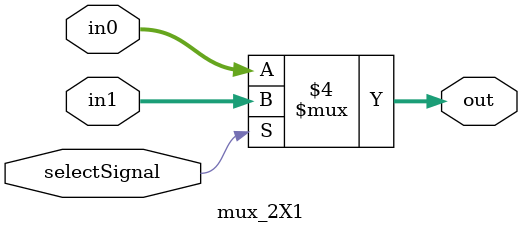
<source format=v>

`timescale 1ns/10ps

module mux_2X1(
	output reg [31:0] out,
	input [31:0] in0, in1, 
	input selectSignal);

  //multiplexer is used to switch one of the several input lines to a single common output line
	always@(*) //continuous loop
	begin
		if (selectSignal == 1)
			out[31:0] <= in1[31:0];
		else
			out[31:0] <= in0[31:0];
		end
	endmodule
 
</source>
